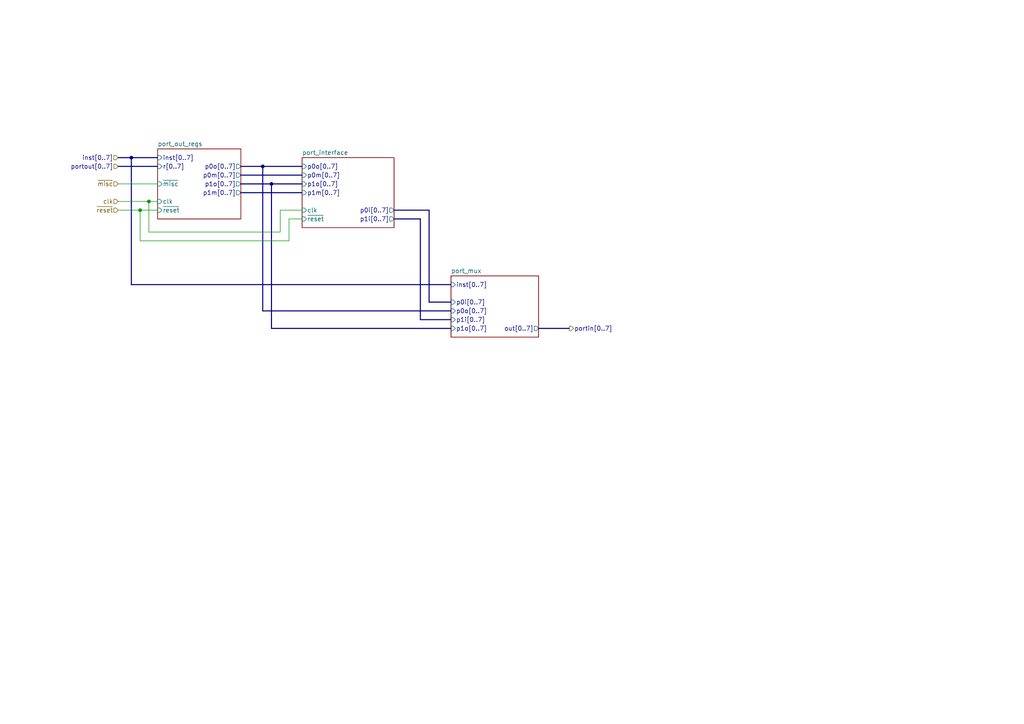
<source format=kicad_sch>
(kicad_sch (version 20211123) (generator eeschema)

  (uuid c7ca5bf3-65e2-46e8-9907-a1839c91fb6d)

  (paper "A4")

  (lib_symbols
  )

  (junction (at 43.18 58.42) (diameter 0) (color 0 0 0 0)
    (uuid 41a7e095-1495-4e56-89dc-34ceb976045c)
  )
  (junction (at 76.2 48.26) (diameter 0) (color 0 0 0 0)
    (uuid 4367d886-66ef-4d59-a4d5-a1b28cb7dc24)
  )
  (junction (at 40.64 60.96) (diameter 0) (color 0 0 0 0)
    (uuid 611a3d80-c5df-4252-a1ec-a4556425a98f)
  )
  (junction (at 38.1 45.72) (diameter 0) (color 0 0 0 0)
    (uuid 965e9b8e-e54c-4f8d-b3d4-4cfb07ed4eca)
  )
  (junction (at 78.74 53.34) (diameter 0) (color 0 0 0 0)
    (uuid bd0a4d91-46ff-4d6a-be43-d1a2ca05006f)
  )

  (wire (pts (xy 40.64 60.96) (xy 40.64 69.85))
    (stroke (width 0) (type default) (color 0 0 0 0))
    (uuid 03a0a135-4776-4617-96a2-d31908ba9d7b)
  )
  (wire (pts (xy 43.18 58.42) (xy 45.72 58.42))
    (stroke (width 0) (type default) (color 0 0 0 0))
    (uuid 04d70134-0b7d-4716-b997-f9235629acad)
  )
  (bus (pts (xy 78.74 95.25) (xy 130.81 95.25))
    (stroke (width 0) (type default) (color 0 0 0 0))
    (uuid 05aa8aef-9a8f-4602-a85f-f9e3d66b9d05)
  )
  (bus (pts (xy 78.74 53.34) (xy 87.63 53.34))
    (stroke (width 0) (type default) (color 0 0 0 0))
    (uuid 0972bd95-c454-415c-b1a8-7a9d031da0a2)
  )

  (wire (pts (xy 40.64 60.96) (xy 45.72 60.96))
    (stroke (width 0) (type default) (color 0 0 0 0))
    (uuid 1769c9dc-965d-4ee5-8cd6-a5d274de4fa8)
  )
  (bus (pts (xy 156.21 95.25) (xy 165.1 95.25))
    (stroke (width 0) (type default) (color 0 0 0 0))
    (uuid 1a510f00-9866-4b5e-bbce-a0cc4765f4ab)
  )
  (bus (pts (xy 69.85 53.34) (xy 78.74 53.34))
    (stroke (width 0) (type default) (color 0 0 0 0))
    (uuid 20eb170d-df1f-4076-9b77-a6ef22dacd7f)
  )
  (bus (pts (xy 69.85 48.26) (xy 76.2 48.26))
    (stroke (width 0) (type default) (color 0 0 0 0))
    (uuid 2ef3c856-f851-43ba-9b1e-d79fc904bd28)
  )
  (bus (pts (xy 124.46 87.63) (xy 130.81 87.63))
    (stroke (width 0) (type default) (color 0 0 0 0))
    (uuid 40c47f50-cf54-4ec1-aa9f-bba804e9bab8)
  )

  (wire (pts (xy 81.28 67.31) (xy 81.28 60.96))
    (stroke (width 0) (type default) (color 0 0 0 0))
    (uuid 486ef60c-1cdf-4bdc-b9e2-7e0c75fb5f2b)
  )
  (bus (pts (xy 121.92 92.71) (xy 130.81 92.71))
    (stroke (width 0) (type default) (color 0 0 0 0))
    (uuid 51373393-2e5c-4635-b83e-4dd9a796213d)
  )

  (wire (pts (xy 83.82 63.5) (xy 87.63 63.5))
    (stroke (width 0) (type default) (color 0 0 0 0))
    (uuid 69bb6406-70ce-42e6-8722-7399b10f6541)
  )
  (wire (pts (xy 34.29 53.34) (xy 45.72 53.34))
    (stroke (width 0) (type default) (color 0 0 0 0))
    (uuid 6a448c8b-2d50-4031-8236-eb08cad7c098)
  )
  (bus (pts (xy 34.29 45.72) (xy 38.1 45.72))
    (stroke (width 0) (type default) (color 0 0 0 0))
    (uuid 7097874f-7a0f-42a4-a74e-7ed176ce7927)
  )
  (bus (pts (xy 38.1 82.55) (xy 130.81 82.55))
    (stroke (width 0) (type default) (color 0 0 0 0))
    (uuid 77ef80b3-6014-464c-8485-4ea3e0ac92c7)
  )

  (wire (pts (xy 34.29 60.96) (xy 40.64 60.96))
    (stroke (width 0) (type default) (color 0 0 0 0))
    (uuid 79c81b76-87a2-4af1-9247-be04c2c9969e)
  )
  (bus (pts (xy 78.74 53.34) (xy 78.74 95.25))
    (stroke (width 0) (type default) (color 0 0 0 0))
    (uuid 7b56f406-9049-4354-bb56-e9f695aa3e3c)
  )
  (bus (pts (xy 69.85 50.8) (xy 87.63 50.8))
    (stroke (width 0) (type default) (color 0 0 0 0))
    (uuid 8e2a4b12-8df0-4b1b-b715-468cebfed835)
  )
  (bus (pts (xy 114.3 60.96) (xy 124.46 60.96))
    (stroke (width 0) (type default) (color 0 0 0 0))
    (uuid 8e5993e9-ec23-4c91-b3b4-e1850a852b93)
  )

  (wire (pts (xy 34.29 58.42) (xy 43.18 58.42))
    (stroke (width 0) (type default) (color 0 0 0 0))
    (uuid 94c9a3a0-fd83-48e6-9298-0b2124ca269c)
  )
  (bus (pts (xy 114.3 63.5) (xy 121.92 63.5))
    (stroke (width 0) (type default) (color 0 0 0 0))
    (uuid a0cec606-2e43-4984-890e-3d96764941ce)
  )

  (wire (pts (xy 43.18 67.31) (xy 81.28 67.31))
    (stroke (width 0) (type default) (color 0 0 0 0))
    (uuid a9bad852-5d68-4683-a6af-8605f0870da5)
  )
  (bus (pts (xy 69.85 55.88) (xy 87.63 55.88))
    (stroke (width 0) (type default) (color 0 0 0 0))
    (uuid ad9db338-a19e-4fae-bd64-cc7a5deb3991)
  )
  (bus (pts (xy 76.2 90.17) (xy 130.81 90.17))
    (stroke (width 0) (type default) (color 0 0 0 0))
    (uuid b8ce48b7-a950-4e70-b076-fc9a48d8b37b)
  )

  (wire (pts (xy 81.28 60.96) (xy 87.63 60.96))
    (stroke (width 0) (type default) (color 0 0 0 0))
    (uuid c21c4b7e-2539-40ce-8ea0-971bcae8c4dd)
  )
  (bus (pts (xy 38.1 45.72) (xy 45.72 45.72))
    (stroke (width 0) (type default) (color 0 0 0 0))
    (uuid cc8c0b50-0482-4860-a7f4-828d8eb69da6)
  )
  (bus (pts (xy 38.1 45.72) (xy 38.1 82.55))
    (stroke (width 0) (type default) (color 0 0 0 0))
    (uuid ce1af5f5-ceff-4795-a926-39e1b674f610)
  )

  (wire (pts (xy 83.82 69.85) (xy 83.82 63.5))
    (stroke (width 0) (type default) (color 0 0 0 0))
    (uuid d84ec91e-5efd-452a-b817-0df656c36d42)
  )
  (bus (pts (xy 34.29 48.26) (xy 45.72 48.26))
    (stroke (width 0) (type default) (color 0 0 0 0))
    (uuid dbd514b5-0628-4c24-94dd-e2b9745f1115)
  )
  (bus (pts (xy 76.2 48.26) (xy 76.2 90.17))
    (stroke (width 0) (type default) (color 0 0 0 0))
    (uuid e9f86580-4ccb-4ee7-a38f-1120a07dd625)
  )
  (bus (pts (xy 76.2 48.26) (xy 87.63 48.26))
    (stroke (width 0) (type default) (color 0 0 0 0))
    (uuid f06ac73e-7c3f-49a6-aaab-ca46f4979a7e)
  )
  (bus (pts (xy 124.46 60.96) (xy 124.46 87.63))
    (stroke (width 0) (type default) (color 0 0 0 0))
    (uuid f0cfb887-efa0-4744-bee7-6ee0f5361bab)
  )
  (bus (pts (xy 121.92 63.5) (xy 121.92 92.71))
    (stroke (width 0) (type default) (color 0 0 0 0))
    (uuid f1bca883-9adf-41a7-83f7-95a6010e3acd)
  )

  (wire (pts (xy 40.64 69.85) (xy 83.82 69.85))
    (stroke (width 0) (type default) (color 0 0 0 0))
    (uuid f545c878-004e-4b4b-ae3f-cfc22ae2803b)
  )
  (wire (pts (xy 43.18 58.42) (xy 43.18 67.31))
    (stroke (width 0) (type default) (color 0 0 0 0))
    (uuid fbe51108-4eaa-49a2-8bb0-619f84b6b5d8)
  )

  (hierarchical_label "clk" (shape input) (at 34.29 58.42 180)
    (effects (font (size 1.27 1.27)) (justify right))
    (uuid 03cf92c6-1728-449f-b773-da473b7e4c3a)
  )
  (hierarchical_label "~{reset}" (shape input) (at 34.29 60.96 180)
    (effects (font (size 1.27 1.27)) (justify right))
    (uuid 0466acd2-e73e-4254-aba1-3ab8e4d2d761)
  )
  (hierarchical_label "~{misc}" (shape input) (at 34.29 53.34 180)
    (effects (font (size 1.27 1.27)) (justify right))
    (uuid 21648da6-150c-4990-9af5-b93ed2e5ee3c)
  )
  (hierarchical_label "portin[0..7]" (shape output) (at 165.1 95.25 0)
    (effects (font (size 1.27 1.27)) (justify left))
    (uuid 40081d2d-95f4-46c4-a02d-540799974fbc)
  )
  (hierarchical_label "inst[0..7]" (shape input) (at 34.29 45.72 180)
    (effects (font (size 1.27 1.27)) (justify right))
    (uuid 4cabfccd-7d75-4274-97ea-e35c08d1686c)
  )
  (hierarchical_label "portout[0..7]" (shape input) (at 34.29 48.26 180)
    (effects (font (size 1.27 1.27)) (justify right))
    (uuid ba048759-f3d1-45d9-a0fe-9ba51d92f494)
  )

  (sheet (at 87.63 45.72) (size 26.67 20.32) (fields_autoplaced)
    (stroke (width 0.1524) (type solid) (color 0 0 0 0))
    (fill (color 0 0 0 0.0000))
    (uuid 26a8f057-cc22-4e9d-b729-5b5c08f36d52)
    (property "Sheet name" "port_interface" (id 0) (at 87.63 45.0084 0)
      (effects (font (size 1.27 1.27)) (justify left bottom))
    )
    (property "Sheet file" "port_interface.kicad_sch" (id 1) (at 87.63 66.6246 0)
      (effects (font (size 1.27 1.27)) (justify left top) hide)
    )
    (pin "p0i[0..7]" output (at 114.3 60.96 0)
      (effects (font (size 1.27 1.27)) (justify right))
      (uuid 72f67255-c28d-40aa-af55-78d629ff783a)
    )
    (pin "p1i[0..7]" output (at 114.3 63.5 0)
      (effects (font (size 1.27 1.27)) (justify right))
      (uuid 6a846e3c-b4d6-4024-a4a6-2edec630b78b)
    )
    (pin "p0m[0..7]" input (at 87.63 50.8 180)
      (effects (font (size 1.27 1.27)) (justify left))
      (uuid 8c7a15a9-fa0b-42af-8ca9-7995b07d2066)
    )
    (pin "p1o[0..7]" input (at 87.63 53.34 180)
      (effects (font (size 1.27 1.27)) (justify left))
      (uuid c3772361-8f81-4454-81d3-847f72931c96)
    )
    (pin "p1m[0..7]" input (at 87.63 55.88 180)
      (effects (font (size 1.27 1.27)) (justify left))
      (uuid be4ec1ed-e8bf-4a48-abe9-eab158987f3d)
    )
    (pin "p0o[0..7]" input (at 87.63 48.26 180)
      (effects (font (size 1.27 1.27)) (justify left))
      (uuid d4a1df0f-2f9c-46d9-a200-8bfe43b26b15)
    )
    (pin "~{reset}" input (at 87.63 63.5 180)
      (effects (font (size 1.27 1.27)) (justify left))
      (uuid c4fd18fa-a0bb-4e9b-9c9b-beb28c380cb4)
    )
    (pin "clk" input (at 87.63 60.96 180)
      (effects (font (size 1.27 1.27)) (justify left))
      (uuid 600253e5-767b-40db-ade5-e344df39c925)
    )
  )

  (sheet (at 45.72 43.18) (size 24.13 20.32) (fields_autoplaced)
    (stroke (width 0.1524) (type solid) (color 0 0 0 0))
    (fill (color 0 0 0 0.0000))
    (uuid d59e66ea-65b8-4e04-9c90-ac5c589532fc)
    (property "Sheet name" "port_out_regs" (id 0) (at 45.72 42.4684 0)
      (effects (font (size 1.27 1.27)) (justify left bottom))
    )
    (property "Sheet file" "port_out_regs.kicad_sch" (id 1) (at 45.72 64.0846 0)
      (effects (font (size 1.27 1.27)) (justify left top) hide)
    )
    (pin "p0m[0..7]" output (at 69.85 50.8 0)
      (effects (font (size 1.27 1.27)) (justify right))
      (uuid 7fab0068-d0a6-4117-81a9-a82979dfed09)
    )
    (pin "p1o[0..7]" output (at 69.85 53.34 0)
      (effects (font (size 1.27 1.27)) (justify right))
      (uuid ce10a3ea-9a50-4ef8-8143-c3f28e9caff5)
    )
    (pin "r[0..7]" input (at 45.72 48.26 180)
      (effects (font (size 1.27 1.27)) (justify left))
      (uuid c9ed9b4d-6b20-4fe2-a899-d5d88cee8937)
    )
    (pin "~{misc}" input (at 45.72 53.34 180)
      (effects (font (size 1.27 1.27)) (justify left))
      (uuid 72adbe3d-eaf7-44ba-8521-3f6dec3004b4)
    )
    (pin "clk" input (at 45.72 58.42 180)
      (effects (font (size 1.27 1.27)) (justify left))
      (uuid ed9d4f7e-47c4-4805-8130-3d19409ca833)
    )
    (pin "~{reset}" input (at 45.72 60.96 180)
      (effects (font (size 1.27 1.27)) (justify left))
      (uuid 414024d8-b978-4c73-bf06-7c0a1bd03a14)
    )
    (pin "p1m[0..7]" output (at 69.85 55.88 0)
      (effects (font (size 1.27 1.27)) (justify right))
      (uuid 28e0f73f-4689-47a0-978c-ef053f9d8255)
    )
    (pin "inst[0..7]" input (at 45.72 45.72 180)
      (effects (font (size 1.27 1.27)) (justify left))
      (uuid db4764ce-fff9-4e4f-9897-8fed6ea5be43)
    )
    (pin "p0o[0..7]" output (at 69.85 48.26 0)
      (effects (font (size 1.27 1.27)) (justify right))
      (uuid 23ff0aab-0e00-4cbb-8cbf-9f6115ea6d12)
    )
  )

  (sheet (at 130.81 80.01) (size 25.4 17.78) (fields_autoplaced)
    (stroke (width 0.1524) (type solid) (color 0 0 0 0))
    (fill (color 0 0 0 0.0000))
    (uuid fffddd81-a11c-4bf2-888f-80d0420c8858)
    (property "Sheet name" "port_mux" (id 0) (at 130.81 79.2984 0)
      (effects (font (size 1.27 1.27)) (justify left bottom))
    )
    (property "Sheet file" "port_mux.kicad_sch" (id 1) (at 130.81 98.3746 0)
      (effects (font (size 1.27 1.27)) (justify left top) hide)
    )
    (pin "p1o[0..7]" input (at 130.81 95.25 180)
      (effects (font (size 1.27 1.27)) (justify left))
      (uuid 5cdb4b6c-c6f6-4aec-98e1-954216ac72a2)
    )
    (pin "p1i[0..7]" input (at 130.81 92.71 180)
      (effects (font (size 1.27 1.27)) (justify left))
      (uuid 9e21b594-5cba-4305-8063-65e31b29618b)
    )
    (pin "p0i[0..7]" input (at 130.81 87.63 180)
      (effects (font (size 1.27 1.27)) (justify left))
      (uuid d27a6d0e-b228-4a9e-92c9-5025d2e89c47)
    )
    (pin "p0o[0..7]" input (at 130.81 90.17 180)
      (effects (font (size 1.27 1.27)) (justify left))
      (uuid c887f217-a7db-4ad5-93b1-1b5f5524f266)
    )
    (pin "inst[0..7]" input (at 130.81 82.55 180)
      (effects (font (size 1.27 1.27)) (justify left))
      (uuid 3ccc9db8-eb8c-4147-b9ae-0fd1c5375537)
    )
    (pin "out[0..7]" output (at 156.21 95.25 0)
      (effects (font (size 1.27 1.27)) (justify right))
      (uuid d5bbce91-475f-400f-955d-02db9af3ec0d)
    )
  )
)

</source>
